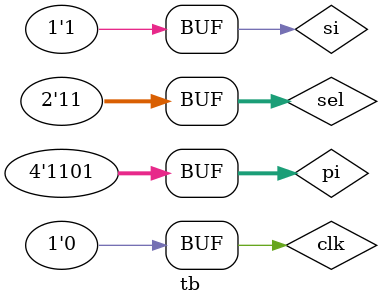
<source format=v>
`timescale 1ns / 1ps


module tb;

	// Inputs
	reg clr;
	reg clk;
	reg si;
	reg [3:0] pi;
	reg [1:0] sel;

	// Outputs
	wire [3:0] po;

	// Instantiate the Unit Under Test (UUT)
	USR uut (
		.clr(clr), 
		.clk(clk), 
		.si(si), 
		.pi(pi), 
		.po(po), 
		.sel(sel)
	);

	initial begin
		clk = 0;
		repeat(100) #5 clk = ~clk;		
	end
	
	initial begin
		#0 pi = 4'b1101;
		#0 sel = 2'b01;  // shift right
		#0 si = 1;
		#10 si = 1;
		#10 si = 0;
		#10 si = 1;
		#40;
		
		#0 pi = 4'b1101;
		#0 sel = 2'b10;  // shift right
		#0 si = 1;
		#10 si = 1;
		#10 si = 0;
		#10 si = 1;
		#40;;
		
		pi = 4'b1101;
		si = 4'b1101;
		sel = 2'b11;   //shift left
		#40;
	end
      
endmodule


</source>
